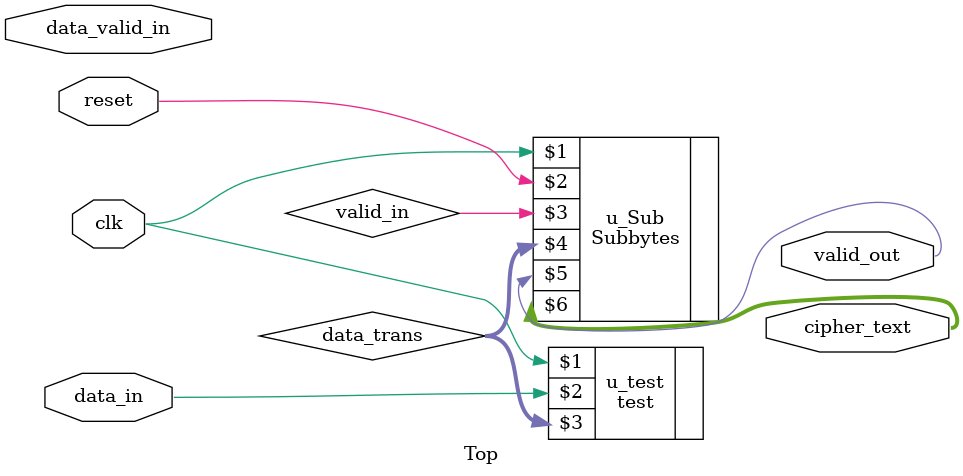
<source format=v>
`timescale 1ns / 1ps
module Top(
input clk,                       //system clock
input reset,                     //asynch reset
input data_valid_in,             //data valid signal
input data_in,  
output valid_out,                //output valid signal
output [127:0] cipher_text  //cipher text
    );

wire [127:0] data_trans;

test u_test(clk,data_in,data_trans);

Subbytes u_Sub(clk,reset,valid_in,data_trans,valid_out,cipher_text);

endmodule

</source>
